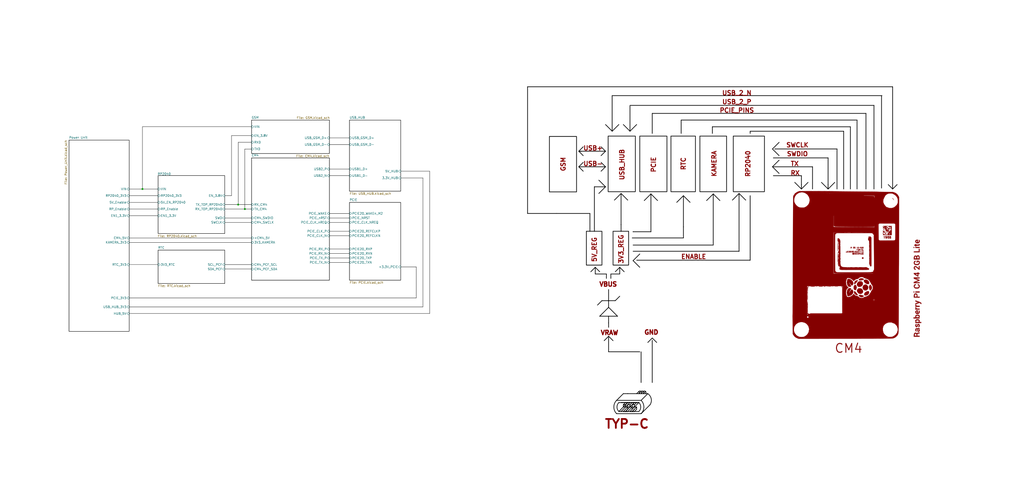
<source format=kicad_sch>
(kicad_sch (version 20250114) (generator "eeschema") (generator_version "9.0")
  (paper "User" 584.2 279.4)
  (title_block (title "CamTracker") (date "2022-09-20") (rev "REV1") (company "SmartEQ Bilisim"))
  (lib_symbols
    (symbol "CM4:LOGO" (pin_names (offset 1.016)))
  )
  (arc (start 368.2994 223.5539) (mid 368.5645 224.1903) (end 368.2994 224.8239) (stroke (width 0.381) (color 0 0 0 1)))
  (arc (start 365.7594 223.5539) (mid 366.0245 224.1903) (end 365.7594 224.8239) (stroke (width 0.381) (color 0 0 0 1)))
  (rectangle (start 349.758 132.08) (end 358.648 151.384) (stroke (width 0.381) (color 0 0 0 1)))
  (arc (start 367.0294 223.5539) (mid 367.2945 224.1903) (end 367.0294 224.8239) (stroke (width 0.381) (color 0 0 0 1)))
  (arc (start 351.7894 236.2539) (mid 350.2083 232.4439) (end 351.7894 228.6339) (stroke (width 0.381) (color 0 0 0 1)))
  (arc (start 353.0594 234.9839) (mid 352.0044 232.4439) (end 353.0594 229.9039) (stroke (width 0.381) (color 0 0 0 1)))
  (arc (start 367.0294 223.5539) (mid 367.6644 223.2909) (end 368.2994 223.5539) (stroke (width 0.381) (color 0 0 0 1)))
  (arc (start 365.7594 223.5539) (mid 366.3944 223.2909) (end 367.0294 223.5539) (stroke (width 0.381) (color 0 0 0 1)))
  (rectangle (start 334.518 132.08) (end 343.408 151.384) (stroke (width 0.381) (color 0 0 0 1)))
  (rectangle (start 399.288 77.724) (end 414.528 109.474) (stroke (width 0.381) (color 0 0 0 1)))
  (arc (start 365.7594 228.6339) (mid 367.3346 232.4439) (end 365.7594 236.2539) (stroke (width 0.381) (color 0 0 0 1)))
  (rectangle (start 364.998 77.724) (end 380.492 109.474) (stroke (width 0.381) (color 0 0 0 1)))
  (rectangle (start 313.436 77.941) (end 328.93 109.5932) (stroke (width 0.381) (color 0 0 0 1)))
  (arc (start 364.4894 223.5539) (mid 364.7545 224.1903) (end 364.4894 224.8239) (stroke (width 0.381) (color 0 0 0 1)))
  (rectangle (start 418.338 77.724) (end 436.118 109.474) (stroke (width 0.381) (color 0 0 0 1)))
  (rectangle (start 382.778 77.724) (end 396.748 109.474) (stroke (width 0.381) (color 0 0 0 1)))
  (arc (start 369.5694 224.8239) (mid 371.5152 227.7361) (end 370.8394 231.1739) (stroke (width 0.381) (color 0 0 0 1)))
  (arc (start 364.4894 223.5539) (mid 365.1244 223.2909) (end 365.7594 223.5539) (stroke (width 0.381) (color 0 0 0 1)))
  (arc (start 364.4894 229.9039) (mid 365.5386 232.4439) (end 364.4894 234.9839) (stroke (width 0.381) (color 0 0 0 1)))
  (rectangle (start 346.964 77.724) (end 362.458 109.474) (stroke (width 0.381) (color 0 0 0 1)))
  (text "PCIE" (at 372.872 94.234 90) (effects (font (size 2.54 2.54) (thickness 0.508) (bold yes))))
  (text "PCIE_PINS" (at 420.37 63.246 0) (effects (font (size 2.54 2.54) (thickness 0.508) (bold yes))))
  (text "GND" (at 371.602 189.992 0) (effects (font (size 2.54 2.54) (thickness 1.016) (bold yes))))
  (text "5V_REG" (at 339.09 142.748 90) (effects (font (size 2.54 2.54) (thickness 0.508) (bold yes))))
  (text "SWDIO" (at 454.914 88.138 0) (effects (font (size 2.54 2.54) (thickness 0.508) (bold yes))))
  (text "KAMERA" (at 407.416 93.726 90) (effects (font (size 2.54 2.54) (thickness 0.508) (bold yes))))
  (text "CM4" (at 484.124 199.136 0) (effects (font (size 5.08 5.08) (thickness 0.508) (bold yes))))
  (text "GSM" (at 321.31 93.98 90) (effects (font (size 2.54 2.54) (thickness 0.508) (bold yes))))
  (text "RTC" (at 389.89 93.726 90) (effects (font (size 2.54 2.54) (thickness 0.508) (bold yes))))
  (text "USB-" (at 338.328 93.726 0) (effects (font (size 2.54 2.54) (thickness 0.508) (bold yes))))
  (text "SWCLK" (at 454.914 83.058 0) (effects (font (size 2.54 2.54) (thickness 0.508) (bold yes))))
  (text "VRAW" (at 347.726 190.246 0) (effects (font (size 2.54 2.54) (thickness 1.016) (bold yes))))
  (text "VBUS" (at 346.964 162.56 0) (effects (font (size 2.54 2.54) (thickness 1.016) (bold yes))))
  (text "USB_HUB" (at 354.838 94.234 90) (effects (font (size 2.54 2.54) (thickness 0.508) (bold yes))))
  (text "USB+" (at 338.328 84.836 0) (effects (font (size 2.54 2.54) (thickness 0.508) (bold yes))))
  (text "RX" (at 453.644 99.06 0) (effects (font (size 2.54 2.54) (thickness 0.508) (bold yes))))
  (text "USB_2_N" (at 420.37 53.34 0) (effects (font (size 2.54 2.54) (thickness 0.508) (bold yes))))
  (text "USB_2_P" (at 420.37 58.42 0) (effects (font (size 2.54 2.54) (thickness 0.508) (bold yes))))
  (text "TYP-C" (at 357.632 242.316 0) (effects (font (size 5.08 5.08) (thickness 1.016) (bold yes))))
  (text "ENABLE" (at 395.732 146.812 0) (effects (font (size 2.54 2.54) (thickness 0.508) (bold yes))))
  (text "3V3_REG" (at 354.33 142.494 90) (effects (font (size 2.54 2.54) (thickness 0.508) (bold yes))))
  (text "TX" (at 453.39 93.726 0) (effects (font (size 2.54 2.54) (thickness 0.508) (bold yes))))
  (text "RP2040" (at 426.72 93.726 90) (effects (font (size 2.54 2.54) (thickness 0.508) (bold yes))))
  (junction (at 139.7 119.38))
  (junction (at 81.28 107.95))
  (junction (at 135.89 116.84))
  (wire (pts (xy 135.89 81.28) (xy 143.51 81.28)) (stroke (width 0.1778) (color 0 0 0 1)))
  (polyline (pts (xy 363.2194 232.4439) (xy 360.6794 234.9839)) (stroke (width 0.381) (color 0 0 0 1)))
  (polyline (pts (xy 342.9 92.71) (xy 345.44 95.25)) (stroke (width 0.381) (color 0 0 0 1)))
  (polyline (pts (xy 356.87 231.14) (xy 355.6 231.14)) (stroke (width 0.381) (color 0 0 0 1)))
  (polyline (pts (xy 472.44 105.41) (xy 472.44 106.68)) (stroke (width 0.381) (color 0 0 0 1)))
  (polyline (pts (xy 363.22 148.59) (xy 427.99 148.59)) (stroke (width 0.381) (color 0 0 0 1)))
  (polyline (pts (xy 353.0594 234.9839) (xy 358.1394 229.9039)) (stroke (width 0.381) (color 0 0 0 1)))
  (polyline (pts (xy 354.3294 234.9839) (xy 364.4894 234.9839)) (stroke (width 0.381) (color 0 0 0 1)))
  (polyline (pts (xy 356.8694 234.9839) (xy 358.1394 233.7139)) (stroke (width 0.381) (color 0 0 0 1)))
  (polyline (pts (xy 403.098 114.554) (xy 406.908 110.744)) (stroke (width 0.381) (color 0 0 0 1)))
  (polyline (pts (xy 342.9 97.79) (xy 345.44 95.25)) (stroke (width 0.381) (color 0 0 0 1)))
  (polyline (pts (xy 356.87 231.14) (xy 355.6 231.14)) (stroke (width 0.381) (color 0 0 0 1)))
  (polyline (pts (xy 345.44 71.12) (xy 349.25 74.93)) (stroke (width 0.381) (color 0 0 0 1)))
  (polyline (pts (xy 358.1394 224.8239) (xy 367.0294 224.8239)) (stroke (width 0.381) (color 0 0 0 1)))
  (polyline (pts (xy 372.11 193.04) (xy 374.65 195.58)) (stroke (width 0.381) (color 0 0 0 1)))
  (polyline (pts (xy 441.198 90.17) (xy 472.44 90.17)) (stroke (width 0.381) (color 0 0 0 1)))
  (polyline (pts (xy 356.8694 234.9839) (xy 358.1394 234.9839)) (stroke (width 0.381) (color 0 0 0 1)))
  (polyline (pts (xy 389.89 129.54) (xy 389.89 135.89)) (stroke (width 0.381) (color 0 0 0 1)))
  (polyline (pts (xy 457.2 100.33) (xy 457.2 105.41)) (stroke (width 0.381) (color 0 0 0 1)))
  (polyline (pts (xy 356.87 232.41) (xy 356.87 231.14)) (stroke (width 0.381) (color 0 0 0 1)))
  (polyline (pts (xy 300.99 121.92) (xy 317.5 121.92)) (stroke (width 0.381) (color 0 0 0 1)))
  (wire (pts (xy 73.66 179.07) (xy 245.11 179.07)) (stroke (width 0.1778) (color 0 0 0 1)))
  (polyline (pts (xy 472.44 90.17) (xy 472.44 105.41)) (stroke (width 0.381) (color 0 0 0 1)))
  (polyline (pts (xy 345.948 156.464) (xy 345.948 159.004)) (stroke (width 0.381) (color 0 0 0 1)))
  (polyline (pts (xy 353.0594 234.9839) (xy 354.3294 234.9839)) (stroke (width 0.381) (color 0 0 0 1)))
  (wire (pts (xy 139.7 85.09) (xy 139.7 119.38)) (stroke (width 0.1778) (color 0 0 0 1)))
  (polyline (pts (xy 389.89 111.76) (xy 393.7 115.57)) (stroke (width 0.381) (color 0 0 0 1)))
  (polyline (pts (xy 360.6794 233.7139) (xy 359.4094 234.9839)) (stroke (width 0.381) (color 0 0 0 1)))
  (polyline (pts (xy 361.95 229.87) (xy 360.68 231.14)) (stroke (width 0.381) (color 0 0 0 1)))
  (polyline (pts (xy 364.49 229.87) (xy 354.33 229.87)) (stroke (width 0.381) (color 0 0 0 1)))
  (polyline (pts (xy 360.6794 234.9839) (xy 361.9494 233.7139)) (stroke (width 0.381) (color 0 0 0 1)))
  (polyline (pts (xy 347.218 192.024) (xy 349.758 194.564)) (stroke (width 0.381) (color 0 0 0 1)))
  (polyline (pts (xy 361.9494 232.4439) (xy 363.2194 232.4439)) (stroke (width 0.381) (color 0 0 0 1)))
  (polyline (pts (xy 339.598 156.464) (xy 345.948 156.464)) (stroke (width 0.381) (color 0 0 0 1)))
  (polyline (pts (xy 355.5994 234.9839) (xy 356.8694 234.9839)) (stroke (width 0.381) (color 0 0 0 1)))
  (polyline (pts (xy 372.11 64.77) (xy 494.03 64.77)) (stroke (width 0.381) (color 0 0 0 1)))
  (polyline (pts (xy 342.138 180.594) (xy 352.298 180.594)) (stroke (width 0.381) (color 0 0 0 1)))
  (wire (pts (xy 73.66 115.57) (xy 90.17 115.57)) (stroke (width 0.1778) (color 0 0 0 1)))
  (polyline (pts (xy 359.4094 232.4439) (xy 360.6794 232.4439)) (stroke (width 0.381) (color 0 0 0 1)))
  (polyline (pts (xy 440.69 95.25) (xy 444.5 99.06)) (stroke (width 0.381) (color 0 0 0 1)))
  (polyline (pts (xy 509.27 107.95) (xy 511.81 105.41)) (stroke (width 0.381) (color 0 0 0 1)))
  (polyline (pts (xy 453.39 104.14) (xy 457.2 107.95)) (stroke (width 0.381) (color 0 0 0 1)))
  (polyline (pts (xy 421.64 111.76) (xy 421.64 143.51)) (stroke (width 0.381) (color 0 0 0 1)))
  (wire (pts (xy 128.27 153.67) (xy 143.51 153.67)) (stroke (width 0.1778) (color 0 0 0 1)))
  (polyline (pts (xy 330.2 95.25) (xy 332.74 92.71)) (stroke (width 0.381) (color 0 0 0 1)))
  (polyline (pts (xy 406.4 72.39) (xy 406.4 76.2)) (stroke (width 0.381) (color 0 0 0 1)))
  (polyline (pts (xy 355.5994 224.8239) (xy 358.1394 224.8239)) (stroke (width 0.381) (color 0 0 0 1)))
  (wire (pts (xy 228.6 152.4) (xy 237.49 152.4)) (stroke (width 0.1778) (color 0 0 0 1)))
  (polyline (pts (xy 350.52 114.3) (xy 354.33 110.49)) (stroke (width 0.381) (color 0 0 0 1)))
  (polyline (pts (xy 371.348 110.744) (xy 371.348 132.334)) (stroke (width 0.381) (color 0 0 0 1)))
  (wire (pts (xy 187.96 147.32) (xy 199.39 147.32)) (stroke (width 0.1778) (color 0 0 0 1)))
  (polyline (pts (xy 339.598 152.654) (xy 339.598 156.464)) (stroke (width 0.381) (color 0 0 0 1)))
  (polyline (pts (xy 341.63 102.87) (xy 345.44 106.68)) (stroke (width 0.381) (color 0 0 0 1)))
  (wire (pts (xy 135.89 81.28) (xy 135.89 116.84)) (stroke (width 0.1778) (color 0 0 0 1)))
  (polyline (pts (xy 359.41 74.93) (xy 363.22 71.12)) (stroke (width 0.381) (color 0 0 0 1)))
  (polyline (pts (xy 340.868 174.244) (xy 343.408 171.704)) (stroke (width 0.381) (color 0 0 0 1)))
  (wire (pts (xy 187.96 134.62) (xy 199.39 134.62)) (stroke (width 0.1778) (color 0 0 0 1)))
  (wire (pts (xy 73.66 107.95) (xy 81.28 107.95)) (stroke (width 0.1778) (color 0 0 0 1)))
  (wire (pts (xy 187.96 144.78) (xy 199.39 144.78)) (stroke (width 0.1778) (color 0 0 0 1)))
  (polyline (pts (xy 509.27 49.53) (xy 509.27 106.68)) (stroke (width 0.381) (color 0 0 0 1)))
  (wire (pts (xy 132.08 77.47) (xy 132.08 111.76)) (stroke (width 0.1778) (color 0 0 0 1)))
  (polyline (pts (xy 359.41 231.14) (xy 358.14 231.14)) (stroke (width 0.381) (color 0 0 0 1)))
  (polyline (pts (xy 367.0294 224.8239) (xy 368.2994 223.5539)) (stroke (width 0.381) (color 0 0 0 1)))
  (polyline (pts (xy 386.08 115.57) (xy 389.89 111.76)) (stroke (width 0.381) (color 0 0 0 1)))
  (wire (pts (xy 187.96 100.33) (xy 199.39 100.33)) (stroke (width 0.1778) (color 0 0 0 1)))
  (polyline (pts (xy 343.408 171.704) (xy 347.218 171.704)) (stroke (width 0.381) (color 0 0 0 1)))
  (polyline (pts (xy 359.41 229.87) (xy 358.14 229.87)) (stroke (width 0.381) (color 0 0 0 1)))
  (polyline (pts (xy 300.99 49.53) (xy 509.27 49.53)) (stroke (width 0.381) (color 0 0 0 1)))
  (wire (pts (xy 241.3 101.6) (xy 241.3 175.26)) (stroke (width 0.1778) (color 0 0 0 1)))
  (wire (pts (xy 187.96 127) (xy 199.39 127)) (stroke (width 0.1778) (color 0 0 0 1)))
  (polyline (pts (xy 348.488 156.464) (xy 353.568 156.464)) (stroke (width 0.381) (color 0 0 0 1)))
  (polyline (pts (xy 330.2 86.36) (xy 332.74 88.9)) (stroke (width 0.381) (color 0 0 0 1)))
  (polyline (pts (xy 472.44 107.95) (xy 476.25 104.14)) (stroke (width 0.381) (color 0 0 0 1)))
  (polyline (pts (xy 389.89 112.014) (xy 389.89 129.54)) (stroke (width 0.381) (color 0 0 0 1)))
  (polyline (pts (xy 485.14 72.39) (xy 485.14 107.95)) (stroke (width 0.381) (color 0 0 0 1)))
  (polyline (pts (xy 361.188 148.844) (xy 364.998 152.654)) (stroke (width 0.381) (color 0 0 0 1)))
  (polyline (pts (xy 367.538 114.554) (xy 371.348 110.744)) (stroke (width 0.381) (color 0 0 0 1)))
  (polyline (pts (xy 353.568 152.654) (xy 353.568 156.464)) (stroke (width 0.381) (color 0 0 0 1)))
  (wire (pts (xy 73.66 119.38) (xy 90.17 119.38)) (stroke (width 0.1778) (color 0 0 0 1)))
  (polyline (pts (xy 353.568 152.654) (xy 356.108 155.194)) (stroke (width 0.381) (color 0 0 0 1)))
  (polyline (pts (xy 421.64 110.49) (xy 425.45 114.3)) (stroke (width 0.381) (color 0 0 0 1)))
  (polyline (pts (xy 372.11 194.31) (xy 372.11 218.4739)) (stroke (width 0.381) (color 0 0 0 1)))
  (polyline (pts (xy 358.1394 232.4439) (xy 355.5994 234.9839)) (stroke (width 0.381) (color 0 0 0 1)))
  (polyline (pts (xy 360.68 229.87) (xy 359.41 231.14)) (stroke (width 0.381) (color 0 0 0 1)))
  (polyline (pts (xy 317.5 121.92) (xy 336.55 121.92)) (stroke (width 0.381) (color 0 0 0 1)))
  (polyline (pts (xy 330.2 86.36) (xy 332.74 83.82)) (stroke (width 0.381) (color 0 0 0 1)))
  (polyline (pts (xy 353.0594 229.9039) (xy 364.4894 229.9039)) (stroke (width 0.381) (color 0 0 0 1)))
  (polyline (pts (xy 361.188 132.334) (xy 371.348 132.334)) (stroke (width 0.381) (color 0 0 0 1)))
  (polyline (pts (xy 509.27 106.68) (xy 509.27 107.95)) (stroke (width 0.381) (color 0 0 0 1)))
  (polyline (pts (xy 457.2 105.41) (xy 457.2 106.68)) (stroke (width 0.381) (color 0 0 0 1)))
  (polyline (pts (xy 339.09 106.68) (xy 345.44 106.68)) (stroke (width 0.381) (color 0 0 0 1)))
  (polyline (pts (xy 468.63 104.14) (xy 472.44 107.95)) (stroke (width 0.381) (color 0 0 0 1)))
  (polyline (pts (xy 440.69 85.09) (xy 444.5 81.28)) (stroke (width 0.381) (color 0 0 0 1)))
  (wire (pts (xy 139.7 119.38) (xy 143.51 119.38)) (stroke (width 0.1778) (color 0 0 0 1)))
  (wire (pts (xy 132.08 77.47) (xy 143.51 77.47)) (stroke (width 0.1778) (color 0 0 0 1)))
  (wire (pts (xy 81.28 107.95) (xy 90.17 107.95)) (stroke (width 0.1778) (color 0 0 0 1)))
  (polyline (pts (xy 349.25 54.61) (xy 349.25 74.93)) (stroke (width 0.381) (color 0 0 0 1)))
  (polyline (pts (xy 339.09 106.68) (xy 339.09 132.08)) (stroke (width 0.381) (color 0 0 0 1)))
  (polyline (pts (xy 347.218 175.514) (xy 352.298 180.594)) (stroke (width 0.381) (color 0 0 0 1)))
  (polyline (pts (xy 342.9 88.9) (xy 345.44 86.36)) (stroke (width 0.381) (color 0 0 0 1)))
  (polyline (pts (xy 361.95 229.87) (xy 360.68 229.87)) (stroke (width 0.381) (color 0 0 0 1)))
  (wire (pts (xy 128.27 124.46) (xy 143.51 124.46)) (stroke (width 0.1778) (color 0 0 0 1)))
  (polyline (pts (xy 351.028 155.194) (xy 353.568 152.654)) (stroke (width 0.381) (color 0 0 0 1)))
  (polyline (pts (xy 359.41 232.41) (xy 359.41 231.14)) (stroke (width 0.381) (color 0 0 0 1)))
  (wire (pts (xy 187.96 82.55) (xy 199.39 82.55)) (stroke (width 0.1778) (color 0 0 0 1)))
  (polyline (pts (xy 347.218 200.914) (xy 364.998 200.914)) (stroke (width 0.381) (color 0 0 0 1)))
  (polyline (pts (xy 365.7594 200.914) (xy 365.7594 218.4739)) (stroke (width 0.381) (color 0 0 0 1)))
  (polyline (pts (xy 498.602 60.198) (xy 498.602 107.95)) (stroke (width 0.381) (color 0 0 0 1)))
  (wire (pts (xy 187.96 121.92) (xy 199.39 121.92)) (stroke (width 0.1778) (color 0 0 0 1)))
  (polyline (pts (xy 440.69 95.25) (xy 444.5 91.44)) (stroke (width 0.381) (color 0 0 0 1)))
  (polyline (pts (xy 330.2 86.36) (xy 331.47 86.36)) (stroke (width 0.381) (color 0 0 0 1)))
  (polyline (pts (xy 347.218 180.594) (xy 347.218 184.404)) (stroke (width 0.381) (color 0 0 0 1)))
  (polyline (pts (xy 354.33 128.27) (xy 354.33 132.08)) (stroke (width 0.381) (color 0 0 0 1)))
  (polyline (pts (xy 354.3294 234.9839) (xy 356.8694 232.4439)) (stroke (width 0.381) (color 0 0 0 1)))
  (wire (pts (xy 128.27 111.76) (xy 132.08 111.76)) (stroke (width 0.1778) (color 0 0 0 1)))
  (polyline (pts (xy 358.1394 232.4439) (xy 358.1394 233.7139)) (stroke (width 0.381) (color 0 0 0 1)))
  (polyline (pts (xy 361.9494 232.4439) (xy 360.6794 233.7139)) (stroke (width 0.381) (color 0 0 0 1)))
  (polyline (pts (xy 388.62 68.58) (xy 488.95 68.58)) (stroke (width 0.381) (color 0 0 0 1)))
  (polyline (pts (xy 365.7594 228.6339) (xy 369.5694 224.8239)) (stroke (width 0.381) (color 0 0 0 1)))
  (wire (pts (xy 73.66 111.76) (xy 90.17 111.76)) (stroke (width 0.1778) (color 0 0 0 1)))
  (polyline (pts (xy 363.2194 232.4439) (xy 363.2194 233.7139)) (stroke (width 0.381) (color 0 0 0 1)))
  (wire (pts (xy 128.27 151.13) (xy 143.51 151.13)) (stroke (width 0.1778) (color 0 0 0 1)))
  (polyline (pts (xy 344.678 194.564) (xy 347.218 192.024)) (stroke (width 0.381) (color 0 0 0 1)))
  (polyline (pts (xy 330.2 95.25) (xy 345.44 95.25)) (stroke (width 0.381) (color 0 0 0 1)))
  (polyline (pts (xy 441.96 85.09) (xy 477.52 85.09)) (stroke (width 0.381) (color 0 0 0 1)))
  (polyline (pts (xy 359.41 232.41) (xy 359.41 231.14)) (stroke (width 0.381) (color 0 0 0 1)))
  (polyline (pts (xy 361.9494 234.9839) (xy 363.2194 233.7139)) (stroke (width 0.381) (color 0 0 0 1)))
  (polyline (pts (xy 472.44 106.68) (xy 472.44 107.95)) (stroke (width 0.381) (color 0 0 0 1)))
  (polyline (pts (xy 363.22 229.87) (xy 361.95 229.87)) (stroke (width 0.381) (color 0 0 0 1)))
  (polyline (pts (xy 360.68 135.89) (xy 389.89 135.89)) (stroke (width 0.381) (color 0 0 0 1)))
  (polyline (pts (xy 337.058 155.194) (xy 339.598 152.654)) (stroke (width 0.381) (color 0 0 0 1)))
  (polyline (pts (xy 372.11 64.77) (xy 372.11 76.2)) (stroke (width 0.381) (color 0 0 0 1)))
  (polyline (pts (xy 481.33 74.93) (xy 481.33 107.95)) (stroke (width 0.381) (color 0 0 0 1)))
  (polyline (pts (xy 371.348 110.744) (xy 371.348 110.744)) (stroke (width 0.381) (color 0 0 0 1)))
  (polyline (pts (xy 421.64 110.49) (xy 421.64 111.76)) (stroke (width 0.381) (color 0 0 0 1)))
  (polyline (pts (xy 356.8694 232.4439) (xy 358.1394 232.4439)) (stroke (width 0.381) (color 0 0 0 1)))
  (wire (pts (xy 81.28 72.39) (xy 143.51 72.39)) (stroke (width 0.1778) (color 0 0 0 1)))
  (polyline (pts (xy 361.188 148.844) (xy 364.998 145.034)) (stroke (width 0.381) (color 0 0 0 1)))
  (polyline (pts (xy 351.028 171.704) (xy 353.568 169.164)) (stroke (width 0.381) (color 0 0 0 1)))
  (polyline (pts (xy 331.47 86.36) (xy 345.44 86.36)) (stroke (width 0.381) (color 0 0 0 1)))
  (polyline (pts (xy 440.69 85.09) (xy 444.5 88.9)) (stroke (width 0.381) (color 0 0 0 1)))
  (polyline (pts (xy 339.598 152.654) (xy 342.138 155.194)) (stroke (width 0.381) (color 0 0 0 1)))
  (polyline (pts (xy 347.218 171.704) (xy 351.028 171.704)) (stroke (width 0.381) (color 0 0 0 1)))
  (polyline (pts (xy 441.198 95.25) (xy 463.55 95.25)) (stroke (width 0.381) (color 0 0 0 1)))
  (polyline (pts (xy 358.1394 234.9839) (xy 360.6794 232.4439)) (stroke (width 0.381) (color 0 0 0 1)))
  (polyline (pts (xy 406.4 72.39) (xy 485.14 72.39)) (stroke (width 0.381) (color 0 0 0 1)))
  (wire (pts (xy 187.96 96.52) (xy 199.39 96.52)) (stroke (width 0.1778) (color 0 0 0 1)))
  (polyline (pts (xy 358.14 229.87) (xy 356.87 229.87)) (stroke (width 0.381) (color 0 0 0 1)))
  (polyline (pts (xy 341.63 110.49) (xy 345.44 106.68)) (stroke (width 0.381) (color 0 0 0 1)))
  (wire (pts (xy 81.28 72.39) (xy 81.28 107.95)) (stroke (width 0.1778) (color 0 0 0 1)))
  (polyline (pts (xy 330.2 95.25) (xy 332.74 97.79)) (stroke (width 0.381) (color 0 0 0 1)))
  (polyline (pts (xy 336.55 121.92) (xy 336.55 132.08)) (stroke (width 0.381) (color 0 0 0 1)))
  (polyline (pts (xy 347.218 192.024) (xy 347.218 200.914)) (stroke (width 0.381) (color 0 0 0 1)))
  (wire (pts (xy 73.66 175.26) (xy 241.3 175.26)) (stroke (width 0.1778) (color 0 0 0 1)))
  (polyline (pts (xy 488.95 68.58) (xy 488.95 107.95)) (stroke (width 0.381) (color 0 0 0 1)))
  (polyline (pts (xy 361.188 143.51) (xy 421.64 143.51)) (stroke (width 0.381) (color 0 0 0 1)))
  (wire (pts (xy 228.6 101.6) (xy 241.3 101.6)) (stroke (width 0.1778) (color 0 0 0 1)))
  (polyline (pts (xy 361.95 231.14) (xy 360.68 231.14)) (stroke (width 0.381) (color 0 0 0 1)))
  (wire (pts (xy 128.27 116.84) (xy 135.89 116.84)) (stroke (width 0.1778) (color 0 0 0 1)))
  (polyline (pts (xy 427.99 74.93) (xy 481.33 74.93)) (stroke (width 0.381) (color 0 0 0 1)))
  (polyline (pts (xy 359.41 60.452) (xy 359.41 74.93)) (stroke (width 0.381) (color 0 0 0 1)))
  (polyline (pts (xy 356.87 229.87) (xy 355.6 231.14)) (stroke (width 0.381) (color 0 0 0 1)))
  (polyline (pts (xy 361.95 232.41) (xy 360.68 232.41)) (stroke (width 0.381) (color 0 0 0 1)))
  (polyline (pts (xy 427.99 111.76) (xy 427.99 148.59)) (stroke (width 0.381) (color 0 0 0 1)))
  (polyline (pts (xy 330.2 86.36) (xy 331.47 86.36)) (stroke (width 0.381) (color 0 0 0 1)))
  (polyline (pts (xy 406.908 110.744) (xy 410.718 114.554)) (stroke (width 0.381) (color 0 0 0 1)))
  (polyline (pts (xy 364.4894 224.8239) (xy 365.7594 223.5539)) (stroke (width 0.381) (color 0 0 0 1)))
  (polyline (pts (xy 351.7894 228.6339) (xy 353.0594 227.3639)) (stroke (width 0.381) (color 0 0 0 1)))
  (polyline (pts (xy 348.488 156.464) (xy 348.488 159.004)) (stroke (width 0.381) (color 0 0 0 1)))
  (polyline (pts (xy 300.99 49.53) (xy 300.99 121.92)) (stroke (width 0.381) (color 0 0 0 1)))
  (wire (pts (xy 187.96 132.08) (xy 199.39 132.08)) (stroke (width 0.1778) (color 0 0 0 1)))
  (polyline (pts (xy 457.2 107.95) (xy 461.01 104.14)) (stroke (width 0.381) (color 0 0 0 1)))
  (polyline (pts (xy 360.68 231.14) (xy 361.95 231.14)) (stroke (width 0.381) (color 0 0 0 1)))
  (polyline (pts (xy 441.198 100.33) (xy 457.2 100.33)) (stroke (width 0.381) (color 0 0 0 1)))
  (polyline (pts (xy 359.41 232.41) (xy 361.95 229.87)) (stroke (width 0.381) (color 0 0 0 1)))
  (wire (pts (xy 237.49 152.4) (xy 237.49 170.18)) (stroke (width 0.1778) (color 0 0 0 1)))
  (polyline (pts (xy 349.25 54.61) (xy 503.174 54.61)) (stroke (width 0.381) (color 0 0 0 1)))
  (polyline (pts (xy 365.7594 224.8239) (xy 367.0294 223.5539)) (stroke (width 0.381) (color 0 0 0 1)))
  (polyline (pts (xy 360.6794 232.4439) (xy 360.6794 233.7139)) (stroke (width 0.381) (color 0 0 0 1)))
  (polyline (pts (xy 369.57 195.58) (xy 372.11 193.04)) (stroke (width 0.381) (color 0 0 0 1)))
  (polyline (pts (xy 406.908 110.744) (xy 406.908 139.954)) (stroke (width 0.381) (color 0 0 0 1)))
  (polyline (pts (xy 457.2 106.68) (xy 457.2 107.95)) (stroke (width 0.381) (color 0 0 0 1)))
  (polyline (pts (xy 342.9 83.82) (xy 345.44 86.36)) (stroke (width 0.381) (color 0 0 0 1)))
  (polyline (pts (xy 361.95 231.14) (xy 363.22 229.87)) (stroke (width 0.381) (color 0 0 0 1)))
  (polyline (pts (xy 349.25 74.93) (xy 353.06 71.12)) (stroke (width 0.381) (color 0 0 0 1)))
  (polyline (pts (xy 361.188 132.334) (xy 361.188 132.334)) (stroke (width 0.381) (color 0 0 0 1)))
  (polyline (pts (xy 355.6 71.12) (xy 359.41 74.93)) (stroke (width 0.381) (color 0 0 0 1)))
  (wire (pts (xy 73.66 170.18) (xy 237.49 170.18)) (stroke (width 0.1778) (color 0 0 0 1)))
  (polyline (pts (xy 354.33 110.49) (xy 358.14 114.3)) (stroke (width 0.381) (color 0 0 0 1)))
  (polyline (pts (xy 358.14 232.41) (xy 358.14 231.14)) (stroke (width 0.381) (color 0 0 0 1)))
  (wire (pts (xy 73.66 138.43) (xy 143.51 138.43)) (stroke (width 0.1778) (color 0 0 0 1)))
  (polyline (pts (xy 358.14 229.87) (xy 356.87 231.14)) (stroke (width 0.381) (color 0 0 0 1)))
  (polyline (pts (xy 361.95 231.14) (xy 361.95 232.41)) (stroke (width 0.381) (color 0 0 0 1)))
  (polyline (pts (xy 358.14 231.14) (xy 359.41 229.87)) (stroke (width 0.381) (color 0 0 0 1)))
  (polyline (pts (xy 427.99 74.93) (xy 427.99 76.2)) (stroke (width 0.381) (color 0 0 0 1)))
  (wire (pts (xy 135.89 116.84) (xy 143.51 116.84)) (stroke (width 0.1778) (color 0 0 0 1)))
  (wire (pts (xy 73.66 135.89) (xy 143.51 135.89)) (stroke (width 0.1778) (color 0 0 0 1)))
  (polyline (pts (xy 356.87 232.41) (xy 358.14 231.14)) (stroke (width 0.381) (color 0 0 0 1)))
  (wire (pts (xy 187.96 124.46) (xy 199.39 124.46)) (stroke (width 0.1778) (color 0 0 0 1)))
  (wire (pts (xy 187.96 78.74) (xy 199.39 78.74)) (stroke (width 0.1778) (color 0 0 0 1)))
  (polyline (pts (xy 355.5994 224.8239) (xy 353.0594 227.3639)) (stroke (width 0.381) (color 0 0 0 1)))
  (polyline (pts (xy 365.7594 236.2539) (xy 370.8394 231.1739)) (stroke (width 0.381) (color 0 0 0 1)))
  (polyline (pts (xy 351.7894 236.2539) (xy 365.7594 236.2539)) (stroke (width 0.381) (color 0 0 0 1)))
  (wire (pts (xy 187.96 149.86) (xy 199.39 149.86)) (stroke (width 0.1778) (color 0 0 0 1)))
  (polyline (pts (xy 359.4094 234.9839) (xy 360.6794 234.9839)) (stroke (width 0.381) (color 0 0 0 1)))
  (wire (pts (xy 128.27 119.38) (xy 139.7 119.38)) (stroke (width 0.1778) (color 0 0 0 1)))
  (polyline (pts (xy 388.62 68.58) (xy 388.62 76.2)) (stroke (width 0.381) (color 0 0 0 1)))
  (polyline (pts (xy 358.14 232.41) (xy 359.41 232.41)) (stroke (width 0.381) (color 0 0 0 1)))
  (polyline (pts (xy 494.03 64.77) (xy 494.03 107.95)) (stroke (width 0.381) (color 0 0 0 1)))
  (polyline (pts (xy 351.7894 228.6339) (xy 365.7594 228.6339)) (stroke (width 0.381) (color 0 0 0 1)))
  (polyline (pts (xy 360.6794 234.9839) (xy 361.9494 234.9839)) (stroke (width 0.381) (color 0 0 0 1)))
  (polyline (pts (xy 506.73 105.41) (xy 509.27 107.95)) (stroke (width 0.381) (color 0 0 0 1)))
  (polyline (pts (xy 347.218 171.704) (xy 347.218 175.514)) (stroke (width 0.381) (color 0 0 0 1)))
  (polyline (pts (xy 502.92 54.61) (xy 502.92 107.442)) (stroke (width 0.381) (color 0 0 0 1)))
  (polyline (pts (xy 367.0294 224.8239) (xy 369.5694 224.8239)) (stroke (width 0.381) (color 0 0 0 1)))
  (polyline (pts (xy 417.83 114.3) (xy 421.64 110.49)) (stroke (width 0.381) (color 0 0 0 1)))
  (polyline (pts (xy 363.2194 224.8239) (xy 364.4894 223.5539)) (stroke (width 0.381) (color 0 0 0 1)))
  (wire (pts (xy 139.7 85.09) (xy 143.51 85.09)) (stroke (width 0.1778) (color 0 0 0 1)))
  (polyline (pts (xy 347.218 165.354) (xy 347.218 171.704)) (stroke (width 0.381) (color 0 0 0 1)))
  (polyline (pts (xy 360.68 231.14) (xy 360.68 232.41)) (stroke (width 0.381) (color 0 0 0 1)))
  (wire (pts (xy 245.11 97.79) (xy 245.11 179.07)) (stroke (width 0.1778) (color 0 0 0 1)))
  (polyline (pts (xy 347.218 184.404) (xy 347.218 186.944)) (stroke (width 0.381) (color 0 0 0 1)))
  (polyline (pts (xy 355.6 231.14) (xy 355.6 232.41)) (stroke (width 0.381) (color 0 0 0 1)))
  (wire (pts (xy 128.27 127) (xy 143.51 127)) (stroke (width 0.1778) (color 0 0 0 1)))
  (polyline (pts (xy 371.348 110.744) (xy 375.158 114.554)) (stroke (width 0.381) (color 0 0 0 1)))
  (wire (pts (xy 187.96 142.24) (xy 199.39 142.24)) (stroke (width 0.1778) (color 0 0 0 1)))
  (wire (pts (xy 228.6 97.79) (xy 245.11 97.79)) (stroke (width 0.1778) (color 0 0 0 1)))
  (polyline (pts (xy 354.33 110.744) (xy 354.33 128.27)) (stroke (width 0.381) (color 0 0 0 1)))
  (polyline (pts (xy 361.188 139.954) (xy 406.908 139.954)) (stroke (width 0.381) (color 0 0 0 1)))
  (wire (pts (xy 73.66 123.19) (xy 90.17 123.19)) (stroke (width 0.1778) (color 0 0 0 1)))
  (polyline (pts (xy 356.87 231.14) (xy 358.14 229.87)) (stroke (width 0.381) (color 0 0 0 1)))
  (polyline (pts (xy 364.49 229.87) (xy 361.95 232.41)) (stroke (width 0.381) (color 0 0 0 1)))
  (polyline (pts (xy 356.87 232.41) (xy 355.6 232.41)) (stroke (width 0.381) (color 0 0 0 1)))
  (polyline (pts (xy 359.4094 232.4439) (xy 356.8694 234.9839)) (stroke (width 0.381) (color 0 0 0 1)))
  (wire (pts (xy 73.66 151.13) (xy 90.17 151.13)) (stroke (width 0) (color 0 0 0 1)))
  (polyline (pts (xy 359.41 60.198) (xy 498.602 60.198)) (stroke (width 0.381) (color 0 0 0 1)))
  (polyline (pts (xy 477.52 85.09) (xy 477.52 107.95)) (stroke (width 0.381) (color 0 0 0 1)))
  (polyline (pts (xy 347.218 175.514) (xy 342.138 180.594)) (stroke (width 0.381) (color 0 0 0 1)))
  (polyline (pts (xy 463.55 95.25) (xy 463.55 107.95)) (stroke (width 0.381) (color 0 0 0 1)))
  (symbol (lib_id "CM4:LOGO") (at 482.6 151.13 90) (unit 1)
    (property "Reference" "#G1" (effects (hide yes)))
    (property "Value" "LOGO" (effects (hide yes)))
  )
  (sheet (at 90.17 100.33) (size 38.1 33.02) (stroke (width 0.1524) (color 0 0 0 1))
    (property "Sheetname" "RP2040" (at 89.916 100.076 0) (effects (justify left bottom)))
    (property "Sheetfile" "RP2040.kicad_sch" (at 89.916 134.112 0) (effects (justify left top)))
    (pin "SWD" input (at 128.27 124.46 0))
    (pin "SWCLK" input (at 128.27 127 0))
    (pin "TX_TOP_RP2040" input (at 128.27 116.84 0))
    (pin "RX_TOP_RP2040" input (at 128.27 119.38 0))
    (pin "5V_EN_RP2040" input (at 90.17 115.57 180))
    (pin "VIN" input (at 90.17 107.95 180))
    (pin "RP2040_3V3" input (at 90.17 111.76 180))
    (pin "EN_3.8V" input (at 128.27 111.76 0))
    (pin "RP_Enable" input (at 90.17 119.38 180))
    (pin "EN1_3.3V" input (at 90.17 123.19 180))
  )
  (sheet (at 90.17 142.875) (size 38.1 19.05) (stroke (width 0.1524) (color 0 0 0 1))
    (property "Sheetname" "RTC" (at 90.17 142.1634 0) (effects (justify left bottom)))
    (property "Sheetfile" "RTC.kicad_sch" (at 90.17 162.5096 0) (effects (justify left top)))
    (pin "SCL_PCF" input (at 128.27 151.13 0))
    (pin "SDA_PCF" input (at 128.27 153.67 0))
    (pin "3V3_RTC" input (at 90.17 151.13 180))
  )
  (sheet (at 199.39 68.58) (size 29.21 40.64) (stroke (width 0.1524) (color 0 0 0 1))
    (property "Sheetname" "USB_HUB" (at 199.39 67.8684 0) (effects (justify left bottom)))
    (property "Sheetfile" "USB_HUB.kicad_sch" (at 199.39 109.8046 0) (effects (justify left top)))
    (pin "3.3V_HUB" input (at 228.6 101.6 0))
    (pin "USB_GSM_D-" input (at 199.39 82.55 180))
    (pin "USB_GSM_D+" input (at 199.39 78.74 180))
    (pin "USB1_D-" input (at 199.39 100.33 180))
    (pin "USB1_D+" input (at 199.39 96.52 180))
    (pin "5V_HUB" input (at 228.6 97.79 0))
  )
  (sheet (at 39.37 80.01) (size 34.29 109.22) (stroke (width 0.1524) (color 0 0 0 1))
    (property "Sheetname" "Power Unit" (at 39.37 79.2984 0) (effects (justify left bottom)))
    (property "Sheetfile" "Power_Unit.kicad_sch" (at 36.83 105.41 90) (effects (justify left top)))
    (pin "VIN" input (at 73.66 107.95 0))
    (pin "5V_Enable" input (at 73.66 115.57 0))
    (pin "KAMERA_3V3" input (at 73.66 138.43 0))
    (pin "USB_HUB_3V3" input (at 73.66 175.26 0))
    (pin "PCIE_3V3" input (at 73.66 170.18 0))
    (pin "CM4_5V" input (at 73.66 135.89 0))
    (pin "HUB_5V" input (at 73.66 179.07 0))
    (pin "RP2040_3V3" input (at 73.66 111.76 0))
    (pin "RTC_3V3" input (at 73.66 151.13 0))
    (pin "RP_Enable" input (at 73.66 119.38 0))
    (pin "EN1_3.3V" input (at 73.66 123.19 0))
  )
  (sheet (at 143.51 90.17) (size 44.45 69.85) (stroke (width 0.1524) (color 0 0 0 1))
    (property "Sheetname" "CM4" (at 143.51 89.4584 0) (effects (justify left bottom)))
    (property "Sheetfile" "CM4.kicad_sch" (at 168.91 88.392 0) (effects (justify left top)))
    (pin "CM4_SWDIO" input (at 143.51 124.46 180))
    (pin "CM4_SWCLK" input (at 143.51 127 180))
    (pin "RX_CM4" input (at 143.51 116.84 180))
    (pin "TX_CM4" input (at 143.51 119.38 180))
    (pin "CM4_PCF_SDA" input (at 143.51 153.67 180))
    (pin "CM4_PCF_SCL" input (at 143.51 151.13 180))
    (pin "3V3_KAMERA" input (at 143.51 138.43 180))
    (pin "USB2_N" input (at 187.96 100.33 0))
    (pin "USB2_P" input (at 187.96 96.52 0))
    (pin "PCIE_nRST" input (at 187.96 124.46 0))
    (pin "PCIE_CLK_N" input (at 187.96 134.62 0))
    (pin "PCIE_RX_N" input (at 187.96 144.78 0))
    (pin "PCIE_TX_P" input (at 187.96 147.32 0))
    (pin "PCIE_TX_N" input (at 187.96 149.86 0))
    (pin "PCIE_RX_P" input (at 187.96 142.24 0))
    (pin "PCIE_CLK_P" input (at 187.96 132.08 0))
    (pin "PCIE_CLK_nREQ" input (at 187.96 127 0))
    (pin "+CM4_5V" input (at 143.51 135.89 180))
    (pin "PCIE_WAKE" input (at 187.96 121.92 0))
  )
  (sheet (at 199.39 115.57) (size 29.21 44.45) (stroke (width 0.1524) (color 0 0 0 1))
    (property "Sheetname" "PCIE " (at 199.39 114.8584 0) (effects (justify left bottom)))
    (property "Sheetfile" "PCIE.kicad_sch" (at 199.39 160.6046 0) (effects (justify left top)))
    (pin "+3.3V_PCIE" input (at 228.6 152.4 0))
    (pin "PCIE_CLK_NREQ" input (at 199.39 127 180))
    (pin "PCIE_NRST" input (at 199.39 124.46 180))
    (pin "PCIE20_REFCLKP" input (at 199.39 132.08 180))
    (pin "PCIE20_RXN" input (at 199.39 144.78 180))
    (pin "PCIE20_RXP" input (at 199.39 142.24 180))
    (pin "PCIE20_REFCLKN" input (at 199.39 134.62 180))
    (pin "PCIE20_TXN" input (at 199.39 149.86 180))
    (pin "PCIE20_TXP" input (at 199.39 147.32 180))
    (pin "PCIE20_WAKEn_M2" input (at 199.39 121.92 180))
  )
  (sheet (at 143.51 68.58) (size 44.45 19.05) (stroke (width 0.1524) (color 0 0 0 1))
    (property "Sheetname" "GSM" (at 143.51 67.8684 0) (effects (justify left bottom)))
    (property "Sheetfile" "GSM.kicad_sch" (at 169.164 66.548 0) (effects (justify left top)))
    (pin "VIN" input (at 143.51 72.39 180))
    (pin "RXD" input (at 143.51 81.28 180))
    (pin "TXD" input (at 143.51 85.09 180))
    (pin "USB_GSM_D-" input (at 187.96 82.55 0))
    (pin "EN_3.8V" input (at 143.51 77.47 180))
    (pin "USB_GSM_D+" input (at 187.96 78.74 0))
  )
)
</source>
